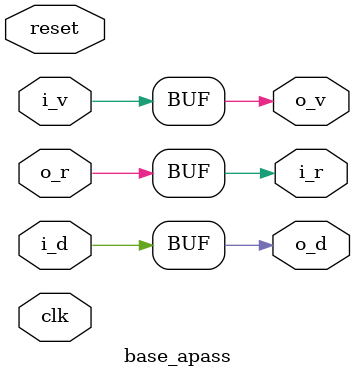
<source format=sv>
/*
 * Copyright 2017 IBM Corporation
 * Licensed to the Apache Software Foundation (ASF) under one
 * or more contributor license agreements.  See the NOTICE file
 * distributed with this work for additional information
 * regarding copyright ownership.  The ASF licenses this file
 * to you under the Apache License, Version 2.0 (the
 * "License"); you may not use this file except in compliance
 * with the License.  You may obtain a copy of the License at
 *
 *     http://www.apache.org/licenses/LICENSE-2.0
 *
 * Unless required by applicable law or agreed to in writing, software
 * distributed under the License is distributed on an "AS IS" BASIS,
 * WITHOUT WARRANTIES OR CONDITIONS OF ANY KIND, either express or implied.
 * See the License for the specific language governing permissions and
 * limitations under the License.
 *
 * Author: Andrew K Martin akmartin@us.ibm.com
 */
 
module base_apass#
  (
   parameter width=1

   )
  (
   input 	      clk, 
   input 	      reset,
   input 	      i_v,
   input [0:width-1]  i_d,
   output 	      i_r,
   output 	      o_v,
   output [0:width-1] o_d,
   input 	      o_r
   );

   assign o_v = i_v;
   assign o_d = i_d;
   assign i_r = o_r;
   
endmodule // base_burp

   
	     
	 
   
   


</source>
